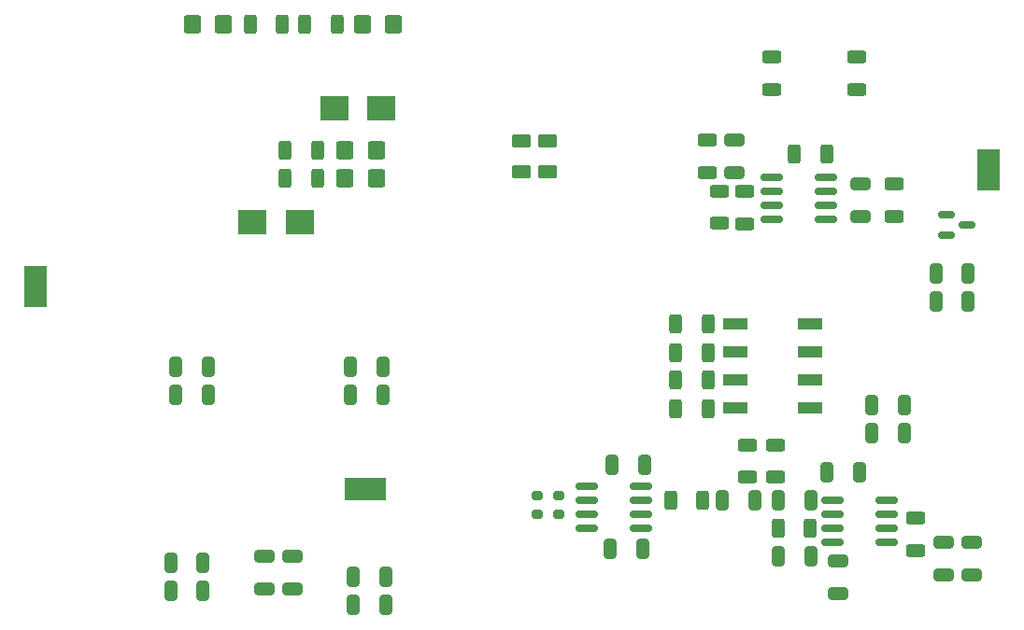
<source format=gbr>
%TF.GenerationSoftware,KiCad,Pcbnew,(6.0.10)*%
%TF.CreationDate,2023-02-20T15:55:57-05:00*%
%TF.ProjectId,Rx_Preamp,52785f50-7265-4616-9d70-2e6b69636164,rev?*%
%TF.SameCoordinates,Original*%
%TF.FileFunction,Paste,Top*%
%TF.FilePolarity,Positive*%
%FSLAX46Y46*%
G04 Gerber Fmt 4.6, Leading zero omitted, Abs format (unit mm)*
G04 Created by KiCad (PCBNEW (6.0.10)) date 2023-02-20 15:55:57*
%MOMM*%
%LPD*%
G01*
G04 APERTURE LIST*
G04 Aperture macros list*
%AMRoundRect*
0 Rectangle with rounded corners*
0 $1 Rounding radius*
0 $2 $3 $4 $5 $6 $7 $8 $9 X,Y pos of 4 corners*
0 Add a 4 corners polygon primitive as box body*
4,1,4,$2,$3,$4,$5,$6,$7,$8,$9,$2,$3,0*
0 Add four circle primitives for the rounded corners*
1,1,$1+$1,$2,$3*
1,1,$1+$1,$4,$5*
1,1,$1+$1,$6,$7*
1,1,$1+$1,$8,$9*
0 Add four rect primitives between the rounded corners*
20,1,$1+$1,$2,$3,$4,$5,0*
20,1,$1+$1,$4,$5,$6,$7,0*
20,1,$1+$1,$6,$7,$8,$9,0*
20,1,$1+$1,$8,$9,$2,$3,0*%
G04 Aperture macros list end*
%ADD10RoundRect,0.150000X-0.825000X-0.150000X0.825000X-0.150000X0.825000X0.150000X-0.825000X0.150000X0*%
%ADD11RoundRect,0.150000X0.825000X0.150000X-0.825000X0.150000X-0.825000X-0.150000X0.825000X-0.150000X0*%
%ADD12RoundRect,0.250000X-0.625000X0.312500X-0.625000X-0.312500X0.625000X-0.312500X0.625000X0.312500X0*%
%ADD13RoundRect,0.250000X0.625000X-0.312500X0.625000X0.312500X-0.625000X0.312500X-0.625000X-0.312500X0*%
%ADD14RoundRect,0.249999X-0.325001X-0.650001X0.325001X-0.650001X0.325001X0.650001X-0.325001X0.650001X0*%
%ADD15RoundRect,0.249999X0.650001X-0.325001X0.650001X0.325001X-0.650001X0.325001X-0.650001X-0.325001X0*%
%ADD16RoundRect,0.249998X0.625002X-0.312502X0.625002X0.312502X-0.625002X0.312502X-0.625002X-0.312502X0*%
%ADD17RoundRect,0.200000X-0.275000X0.200000X-0.275000X-0.200000X0.275000X-0.200000X0.275000X0.200000X0*%
%ADD18RoundRect,0.249999X0.325001X0.650001X-0.325001X0.650001X-0.325001X-0.650001X0.325001X-0.650001X0*%
%ADD19RoundRect,0.250000X0.550000X0.575000X-0.550000X0.575000X-0.550000X-0.575000X0.550000X-0.575000X0*%
%ADD20R,2.500000X2.300000*%
%ADD21RoundRect,0.250000X-0.550000X-0.575000X0.550000X-0.575000X0.550000X0.575000X-0.550000X0.575000X0*%
%ADD22RoundRect,0.249998X0.312502X0.625002X-0.312502X0.625002X-0.312502X-0.625002X0.312502X-0.625002X0*%
%ADD23RoundRect,0.249998X-0.312502X-0.625002X0.312502X-0.625002X0.312502X0.625002X-0.312502X0.625002X0*%
%ADD24RoundRect,0.249998X-0.625002X0.312502X-0.625002X-0.312502X0.625002X-0.312502X0.625002X0.312502X0*%
%ADD25RoundRect,0.249999X-0.650001X0.325001X-0.650001X-0.325001X0.650001X-0.325001X0.650001X0.325001X0*%
%ADD26RoundRect,0.249999X-0.312501X-0.625001X0.312501X-0.625001X0.312501X0.625001X-0.312501X0.625001X0*%
%ADD27RoundRect,0.250000X-0.625000X0.375000X-0.625000X-0.375000X0.625000X-0.375000X0.625000X0.375000X0*%
%ADD28R,2.000000X3.800000*%
%ADD29RoundRect,0.249999X0.312501X0.625001X-0.312501X0.625001X-0.312501X-0.625001X0.312501X-0.625001X0*%
%ADD30R,2.160000X1.120000*%
%ADD31R,3.800000X2.000000*%
%ADD32RoundRect,0.150000X-0.587500X-0.150000X0.587500X-0.150000X0.587500X0.150000X-0.587500X0.150000X0*%
G04 APERTURE END LIST*
D10*
%TO.C,U1*%
X96520000Y-139700000D03*
X96520000Y-140970000D03*
X96520000Y-142240000D03*
X96520000Y-143510000D03*
X101470000Y-143510000D03*
X101470000Y-142240000D03*
X101470000Y-140970000D03*
X101470000Y-139700000D03*
%TD*%
%TO.C,U3*%
X118825000Y-140995000D03*
X118825000Y-142265000D03*
X118825000Y-143535000D03*
X118825000Y-144805000D03*
X123775000Y-144805000D03*
X123775000Y-143535000D03*
X123775000Y-142265000D03*
X123775000Y-140995000D03*
%TD*%
D11*
%TO.C,U2*%
X118275000Y-115505000D03*
X118275000Y-114235000D03*
X118275000Y-112965000D03*
X118275000Y-111695000D03*
X113325000Y-111695000D03*
X113325000Y-112965000D03*
X113325000Y-114235000D03*
X113325000Y-115505000D03*
%TD*%
D12*
%TO.C,R9*%
X110900000Y-112975000D03*
X110900000Y-115900000D03*
%TD*%
D13*
%TO.C,R6*%
X108600000Y-115862500D03*
X108600000Y-112937500D03*
%TD*%
D14*
%TO.C,C7*%
X98855000Y-137795000D03*
X101805000Y-137795000D03*
%TD*%
D15*
%TO.C,C8*%
X109900000Y-111262500D03*
X109900000Y-108312500D03*
%TD*%
D14*
%TO.C,C29*%
X128195000Y-120405000D03*
X131145000Y-120405000D03*
%TD*%
D15*
%TO.C,C35*%
X69850000Y-149000000D03*
X69850000Y-146050000D03*
%TD*%
%TO.C,C37*%
X67310000Y-149000000D03*
X67310000Y-146050000D03*
%TD*%
D14*
%TO.C,C42*%
X75155000Y-131445000D03*
X78105000Y-131445000D03*
%TD*%
D16*
%TO.C,R3*%
X107500000Y-111262500D03*
X107500000Y-108337500D03*
%TD*%
D17*
%TO.C,R4*%
X92075000Y-140590000D03*
X92075000Y-142240000D03*
%TD*%
%TO.C,R5*%
X93980000Y-140590000D03*
X93980000Y-142240000D03*
%TD*%
D16*
%TO.C,R12*%
X113700000Y-138900000D03*
X113700000Y-135975000D03*
%TD*%
D18*
%TO.C,C41*%
X78105000Y-128905000D03*
X75155000Y-128905000D03*
%TD*%
D19*
%TO.C,D1*%
X79050000Y-97790000D03*
X76200000Y-97790000D03*
%TD*%
%TO.C,D2*%
X63655000Y-97790000D03*
X60805000Y-97790000D03*
%TD*%
D20*
%TO.C,D4*%
X73660000Y-105410000D03*
X77960000Y-105410000D03*
%TD*%
D21*
%TO.C,D5*%
X74620000Y-111760000D03*
X77470000Y-111760000D03*
%TD*%
D19*
%TO.C,D6*%
X77470000Y-109220000D03*
X74620000Y-109220000D03*
%TD*%
D22*
%TO.C,R23*%
X73937500Y-97790000D03*
X71012500Y-97790000D03*
%TD*%
%TO.C,R24*%
X68965000Y-97790000D03*
X66040000Y-97790000D03*
%TD*%
%TO.C,R25*%
X72140000Y-111760000D03*
X69215000Y-111760000D03*
%TD*%
D23*
%TO.C,R26*%
X69215000Y-109220000D03*
X72140000Y-109220000D03*
%TD*%
D20*
%TO.C,D3*%
X70550000Y-115800000D03*
X66250000Y-115800000D03*
%TD*%
D14*
%TO.C,C30*%
X128195000Y-122945000D03*
X131145000Y-122945000D03*
%TD*%
%TO.C,C20*%
X98650000Y-145415000D03*
X101600000Y-145415000D03*
%TD*%
D24*
%TO.C,R11*%
X111160000Y-135975000D03*
X111160000Y-138900000D03*
%TD*%
%TO.C,R7*%
X124400000Y-112300000D03*
X124400000Y-115225000D03*
%TD*%
D14*
%TO.C,C32*%
X58850000Y-146685000D03*
X61800000Y-146685000D03*
%TD*%
D18*
%TO.C,C31*%
X61800000Y-149225000D03*
X58850000Y-149225000D03*
%TD*%
D14*
%TO.C,C34*%
X59280000Y-128905000D03*
X62230000Y-128905000D03*
%TD*%
D18*
%TO.C,C33*%
X62230000Y-131445000D03*
X59280000Y-131445000D03*
%TD*%
%TO.C,C39*%
X78345302Y-147920000D03*
X75395302Y-147920000D03*
%TD*%
D14*
%TO.C,C21*%
X113890000Y-146050000D03*
X116840000Y-146050000D03*
%TD*%
D18*
%TO.C,C23*%
X116840000Y-140970000D03*
X113890000Y-140970000D03*
%TD*%
D22*
%TO.C,R13*%
X116807500Y-143510000D03*
X113882500Y-143510000D03*
%TD*%
D18*
%TO.C,C17*%
X111760000Y-140970000D03*
X108810000Y-140970000D03*
%TD*%
D22*
%TO.C,R8*%
X107065000Y-140970000D03*
X104140000Y-140970000D03*
%TD*%
D15*
%TO.C,C26*%
X131445000Y-147730000D03*
X131445000Y-144780000D03*
%TD*%
%TO.C,C25*%
X128905000Y-147730000D03*
X128905000Y-144780000D03*
%TD*%
%TO.C,C11*%
X119300000Y-149475000D03*
X119300000Y-146525000D03*
%TD*%
D14*
%TO.C,C12*%
X118335000Y-138430000D03*
X121285000Y-138430000D03*
%TD*%
%TO.C,C28*%
X122395000Y-132345000D03*
X125345000Y-132345000D03*
%TD*%
%TO.C,C27*%
X122395000Y-134885000D03*
X125345000Y-134885000D03*
%TD*%
D24*
%TO.C,R20*%
X126400000Y-142637500D03*
X126400000Y-145562500D03*
%TD*%
D14*
%TO.C,C40*%
X75395302Y-150495000D03*
X78345302Y-150495000D03*
%TD*%
D25*
%TO.C,C5*%
X121400000Y-112300000D03*
X121400000Y-115250000D03*
%TD*%
D26*
%TO.C,R27*%
X115370000Y-109555000D03*
X118295000Y-109555000D03*
%TD*%
D16*
%TO.C,R16*%
X121000000Y-103725000D03*
X121000000Y-100800000D03*
%TD*%
%TO.C,R17*%
X113300000Y-103725000D03*
X113300000Y-100800000D03*
%TD*%
D27*
%TO.C,F2*%
X90600000Y-108400000D03*
X90600000Y-111200000D03*
%TD*%
D28*
%TO.C,TP8*%
X46600000Y-121600000D03*
%TD*%
D27*
%TO.C,F1*%
X93000000Y-108400000D03*
X93000000Y-111200000D03*
%TD*%
D28*
%TO.C,TP7*%
X133000000Y-111000000D03*
%TD*%
D29*
%TO.C,R19*%
X107525000Y-132700000D03*
X104600000Y-132700000D03*
%TD*%
D30*
%TO.C,SW1*%
X116765000Y-132610000D03*
X116765000Y-130070000D03*
X116765000Y-127530000D03*
X116765000Y-124990000D03*
X110035000Y-124990000D03*
X110035000Y-127530000D03*
X110035000Y-130070000D03*
X110035000Y-132610000D03*
%TD*%
D29*
%TO.C,R1*%
X107525000Y-125000000D03*
X104600000Y-125000000D03*
%TD*%
%TO.C,R2*%
X107525000Y-127600000D03*
X104600000Y-127600000D03*
%TD*%
%TO.C,R18*%
X107525000Y-130100000D03*
X104600000Y-130100000D03*
%TD*%
D31*
%TO.C,TP5*%
X76500000Y-140000000D03*
%TD*%
D32*
%TO.C,D9*%
X129125000Y-115050000D03*
X129125000Y-116950000D03*
X131000000Y-116000000D03*
%TD*%
M02*

</source>
